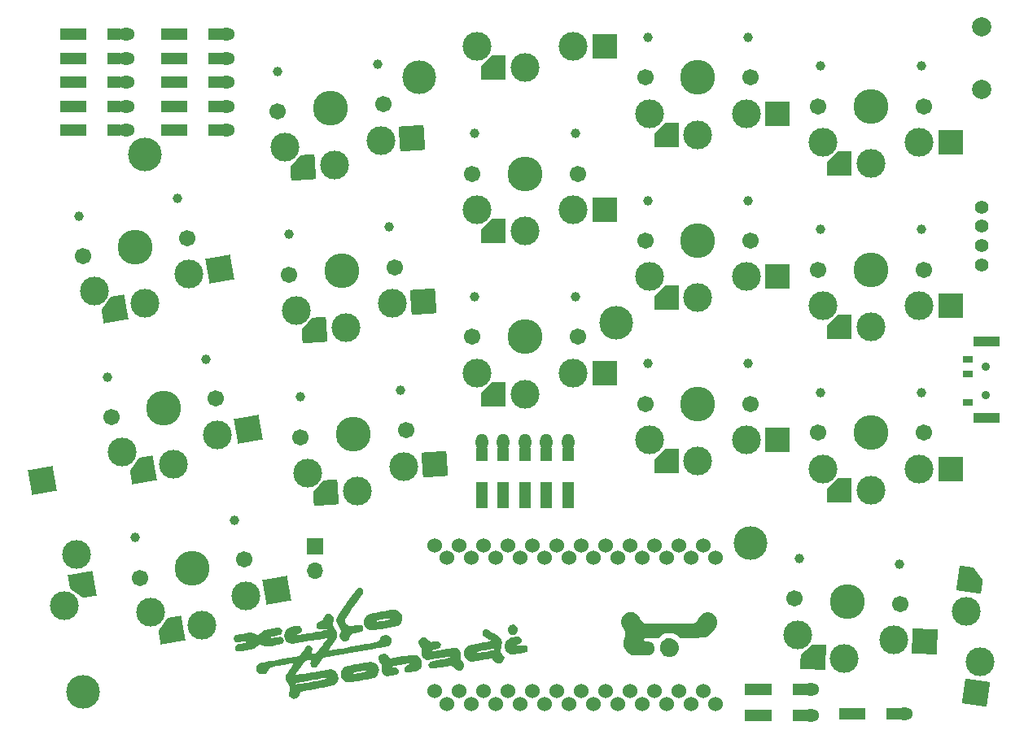
<source format=gbr>
%TF.GenerationSoftware,KiCad,Pcbnew,9.0.0*%
%TF.CreationDate,2025-05-15T16:18:32+09:00*%
%TF.ProjectId,xylo,78796c6f-2e6b-4696-9361-645f70636258,rev?*%
%TF.SameCoordinates,Original*%
%TF.FileFunction,Soldermask,Top*%
%TF.FilePolarity,Negative*%
%FSLAX46Y46*%
G04 Gerber Fmt 4.6, Leading zero omitted, Abs format (unit mm)*
G04 Created by KiCad (PCBNEW 9.0.0) date 2025-05-15 16:18:32*
%MOMM*%
%LPD*%
G01*
G04 APERTURE LIST*
G04 Aperture macros list*
%AMRotRect*
0 Rectangle, with rotation*
0 The origin of the aperture is its center*
0 $1 length*
0 $2 width*
0 $3 Rotation angle, in degrees counterclockwise*
0 Add horizontal line*
21,1,$1,$2,0,0,$3*%
%AMOutline5P*
0 Free polygon, 5 corners , with rotation*
0 The origin of the aperture is its center*
0 number of corners: always 5*
0 $1 to $10 corner X, Y*
0 $11 Rotation angle, in degrees counterclockwise*
0 create outline with 5 corners*
4,1,5,$1,$2,$3,$4,$5,$6,$7,$8,$9,$10,$1,$2,$11*%
%AMOutline6P*
0 Free polygon, 6 corners , with rotation*
0 The origin of the aperture is its center*
0 number of corners: always 6*
0 $1 to $12 corner X, Y*
0 $13 Rotation angle, in degrees counterclockwise*
0 create outline with 6 corners*
4,1,6,$1,$2,$3,$4,$5,$6,$7,$8,$9,$10,$11,$12,$1,$2,$13*%
%AMOutline7P*
0 Free polygon, 7 corners , with rotation*
0 The origin of the aperture is its center*
0 number of corners: always 7*
0 $1 to $14 corner X, Y*
0 $15 Rotation angle, in degrees counterclockwise*
0 create outline with 7 corners*
4,1,7,$1,$2,$3,$4,$5,$6,$7,$8,$9,$10,$11,$12,$13,$14,$1,$2,$15*%
%AMOutline8P*
0 Free polygon, 8 corners , with rotation*
0 The origin of the aperture is its center*
0 number of corners: always 8*
0 $1 to $16 corner X, Y*
0 $17 Rotation angle, in degrees counterclockwise*
0 create outline with 8 corners*
4,1,8,$1,$2,$3,$4,$5,$6,$7,$8,$9,$10,$11,$12,$13,$14,$15,$16,$1,$2,$17*%
G04 Aperture macros list end*
%ADD10C,0.000000*%
%ADD11C,3.500000*%
%ADD12R,1.778000X1.300000*%
%ADD13R,1.400000X1.300000*%
%ADD14O,1.778000X1.300000*%
%ADD15C,1.701800*%
%ADD16C,0.990600*%
%ADD17C,3.000000*%
%ADD18C,3.629000*%
%ADD19Outline5P,-1.300000X0.130000X-0.130000X1.300000X1.300000X1.300000X1.300000X-1.300000X-1.300000X-1.300000X4.000000*%
%ADD20RotRect,2.600000X2.600000X4.000000*%
%ADD21Outline5P,-1.300000X0.130000X-0.130000X1.300000X1.300000X1.300000X1.300000X-1.300000X-1.300000X-1.300000X0.000000*%
%ADD22R,2.600000X2.600000*%
%ADD23Outline5P,-1.300000X0.130000X-0.130000X1.300000X1.300000X1.300000X1.300000X-1.300000X-1.300000X-1.300000X100.000000*%
%ADD24RotRect,2.600000X2.600000X100.000000*%
%ADD25Outline5P,-1.300000X0.130000X-0.130000X1.300000X1.300000X1.300000X1.300000X-1.300000X-1.300000X-1.300000X10.000000*%
%ADD26RotRect,2.600000X2.600000X10.000000*%
%ADD27C,0.900000*%
%ADD28R,1.000000X0.700000*%
%ADD29R,2.800000X1.000000*%
%ADD30Outline5P,-1.300000X0.130000X-0.130000X1.300000X1.300000X1.300000X1.300000X-1.300000X-1.300000X-1.300000X262.000000*%
%ADD31RotRect,2.600000X2.600000X262.000000*%
%ADD32R,1.300000X1.778000*%
%ADD33R,1.300000X1.400000*%
%ADD34O,1.300000X1.778000*%
%ADD35C,1.397000*%
%ADD36Outline5P,-1.300000X0.130000X-0.130000X1.300000X1.300000X1.300000X1.300000X-1.300000X-1.300000X-1.300000X357.000000*%
%ADD37RotRect,2.600000X2.600000X357.000000*%
%ADD38C,1.524000*%
%ADD39R,1.700000X1.700000*%
%ADD40O,1.700000X1.700000*%
%ADD41C,2.000000*%
G04 APERTURE END LIST*
D10*
%TO.C,G\u002A\u002A\u002A*%
G36*
X198831635Y-129967691D02*
G01*
X199006066Y-130045857D01*
X199155085Y-130174093D01*
X199254362Y-130334573D01*
X199276180Y-130411718D01*
X199268417Y-130595039D01*
X199195354Y-130778023D01*
X199073050Y-130924732D01*
X199034256Y-130953085D01*
X198884193Y-131033136D01*
X198752270Y-131055347D01*
X198595668Y-131026474D01*
X198586271Y-131023767D01*
X198407401Y-130931807D01*
X198282088Y-130788414D01*
X198213487Y-130613439D01*
X198204750Y-130426734D01*
X198259033Y-130248150D01*
X198379488Y-130097538D01*
X198432877Y-130058266D01*
X198549979Y-129995029D01*
X198652309Y-129958141D01*
X198656116Y-129957419D01*
X198831635Y-129967691D01*
G37*
G36*
X199384808Y-131252859D02*
G01*
X199495732Y-131311647D01*
X199566868Y-131386208D01*
X199630132Y-131527557D01*
X199634694Y-131685034D01*
X199587999Y-131832678D01*
X199497500Y-131944526D01*
X199393141Y-131991811D01*
X199254146Y-132036104D01*
X199182422Y-132103193D01*
X199176769Y-132147514D01*
X199202980Y-132175609D01*
X199277495Y-132182113D01*
X199414695Y-132166979D01*
X199539528Y-132146362D01*
X199795685Y-132113729D01*
X199985607Y-132121498D01*
X200123595Y-132172620D01*
X200223951Y-132270057D01*
X200237870Y-132290767D01*
X200302377Y-132465409D01*
X200279779Y-132640694D01*
X200220248Y-132746534D01*
X200185069Y-132786254D01*
X200137780Y-132818764D01*
X200064774Y-132847962D01*
X199952445Y-132877746D01*
X199787187Y-132912016D01*
X199555392Y-132954672D01*
X199394519Y-132983135D01*
X199121068Y-133030633D01*
X198919237Y-133063155D01*
X198773261Y-133081573D01*
X198667374Y-133086765D01*
X198585809Y-133079605D01*
X198512803Y-133060967D01*
X198443498Y-133035913D01*
X198265970Y-132938376D01*
X198106083Y-132800842D01*
X198089329Y-132781904D01*
X198004897Y-132672300D01*
X197953659Y-132568492D01*
X197922086Y-132435592D01*
X197904194Y-132304489D01*
X197889385Y-132117257D01*
X197900900Y-131980882D01*
X197942787Y-131860246D01*
X197959296Y-131826847D01*
X198069218Y-131648124D01*
X198198733Y-131515741D01*
X198367022Y-131417134D01*
X198593272Y-131339738D01*
X198767267Y-131297723D01*
X199035572Y-131247556D01*
X199236420Y-131232048D01*
X199384808Y-131252859D01*
G37*
G36*
X186503365Y-128429249D02*
G01*
X186610529Y-128452122D01*
X186704415Y-128490469D01*
X186795565Y-128544010D01*
X186853205Y-128583225D01*
X187058965Y-128775152D01*
X187188736Y-129000742D01*
X187241480Y-129246013D01*
X187216163Y-129496991D01*
X187111748Y-129739699D01*
X186953474Y-129935469D01*
X186768916Y-130114556D01*
X185406964Y-130352940D01*
X184994804Y-130424123D01*
X184661682Y-130479339D01*
X184399483Y-130519683D01*
X184200090Y-130546252D01*
X184055383Y-130560142D01*
X183957247Y-130562448D01*
X183903493Y-130555898D01*
X183683155Y-130458074D01*
X183490081Y-130292305D01*
X183342463Y-130078994D01*
X183259964Y-129842739D01*
X183258498Y-129838542D01*
X183257162Y-129831169D01*
X183257293Y-129610084D01*
X184579416Y-129610084D01*
X184585358Y-129638959D01*
X184612598Y-129655424D01*
X184673691Y-129658723D01*
X184781197Y-129648099D01*
X184947675Y-129622796D01*
X185185680Y-129582056D01*
X185259271Y-129569116D01*
X185521740Y-129521637D01*
X185708093Y-129484404D01*
X185829999Y-129454198D01*
X185899126Y-129427796D01*
X185927143Y-129401977D01*
X185928889Y-129384267D01*
X185907072Y-129343518D01*
X185851901Y-129321620D01*
X185752334Y-129319056D01*
X185597324Y-129336303D01*
X185375835Y-129373839D01*
X185146340Y-129418203D01*
X184912813Y-129466020D01*
X184753131Y-129502918D01*
X184653691Y-129533502D01*
X184600895Y-129562375D01*
X184581142Y-129594139D01*
X184579416Y-129610084D01*
X183257293Y-129610084D01*
X183257312Y-129578753D01*
X183344090Y-129320083D01*
X183410884Y-129203379D01*
X183468890Y-129116346D01*
X183525430Y-129045185D01*
X183590811Y-128986174D01*
X183675342Y-128935589D01*
X183789326Y-128889708D01*
X183943079Y-128844807D01*
X184146900Y-128797164D01*
X184411100Y-128743056D01*
X184745984Y-128678759D01*
X184991090Y-128632624D01*
X185399340Y-128556780D01*
X185731051Y-128498088D01*
X185996766Y-128456269D01*
X186207026Y-128431043D01*
X186372379Y-128422129D01*
X186503365Y-128429249D01*
G37*
G36*
X184270400Y-133914363D02*
G01*
X184505635Y-134050522D01*
X184678186Y-134236313D01*
X184786161Y-134456615D01*
X184827652Y-134696309D01*
X184800760Y-134940271D01*
X184703583Y-135173381D01*
X184534225Y-135380516D01*
X184462224Y-135440555D01*
X184414712Y-135473235D01*
X184358416Y-135502385D01*
X184283191Y-135530362D01*
X184178891Y-135559522D01*
X184035372Y-135592226D01*
X183842487Y-135630828D01*
X183590093Y-135677689D01*
X183268045Y-135735164D01*
X182967836Y-135787856D01*
X182585965Y-135854281D01*
X182281146Y-135906151D01*
X182043028Y-135944678D01*
X181861264Y-135971076D01*
X181725503Y-135986558D01*
X181625396Y-135992337D01*
X181550594Y-135989627D01*
X181490750Y-135979642D01*
X181444328Y-135966474D01*
X181211784Y-135846330D01*
X181022481Y-135654692D01*
X180907695Y-135451498D01*
X180857848Y-135271356D01*
X180837901Y-135199268D01*
X180846905Y-135042533D01*
X182155571Y-135042533D01*
X182161473Y-135071354D01*
X182188627Y-135087812D01*
X182249558Y-135091144D01*
X182356796Y-135080588D01*
X182522870Y-135055383D01*
X182760309Y-135014768D01*
X182838571Y-135001010D01*
X183097253Y-134954663D01*
X183280344Y-134919209D01*
X183399875Y-134891080D01*
X183467882Y-134866706D01*
X183496397Y-134842518D01*
X183497454Y-134814948D01*
X183494582Y-134806429D01*
X183475979Y-134779143D01*
X183436730Y-134764522D01*
X183363467Y-134763380D01*
X183242825Y-134776528D01*
X183061439Y-134804782D01*
X182811583Y-134847951D01*
X182557935Y-134893600D01*
X182379130Y-134928929D01*
X182262329Y-134957747D01*
X182194692Y-134983862D01*
X182163383Y-135011082D01*
X182155571Y-135042533D01*
X180846905Y-135042533D01*
X180851700Y-134959076D01*
X180950604Y-134718782D01*
X181010837Y-134624890D01*
X181081015Y-134531584D01*
X181155342Y-134453407D01*
X181243711Y-134387053D01*
X181356016Y-134329224D01*
X181502149Y-134276616D01*
X181692004Y-134225926D01*
X181935474Y-134173851D01*
X182242450Y-134117091D01*
X182622831Y-134052341D01*
X182826851Y-134018690D01*
X184035570Y-133820498D01*
X184270400Y-133914363D01*
G37*
G36*
X182802177Y-126134990D02*
G01*
X182866000Y-126151505D01*
X182894741Y-126160708D01*
X183040700Y-126237134D01*
X183127684Y-126362227D01*
X183161872Y-126485953D01*
X183168457Y-126532672D01*
X183167030Y-126580238D01*
X183152919Y-126636476D01*
X183121452Y-126709209D01*
X183067958Y-126806261D01*
X182987761Y-126935455D01*
X182876192Y-127104616D01*
X182728577Y-127321568D01*
X182540242Y-127594134D01*
X182306518Y-127930140D01*
X182256762Y-128001557D01*
X181996176Y-128376299D01*
X181783049Y-128686254D01*
X181613786Y-128939303D01*
X181484790Y-129143326D01*
X181392462Y-129306205D01*
X181333206Y-129435820D01*
X181303427Y-129540054D01*
X181299524Y-129626786D01*
X181317904Y-129703899D01*
X181354969Y-129779272D01*
X181407121Y-129860786D01*
X181407771Y-129861754D01*
X181499220Y-129978405D01*
X181599438Y-130054755D01*
X181724888Y-130094171D01*
X181892035Y-130100036D01*
X182117343Y-130075722D01*
X182302927Y-130045309D01*
X182576270Y-130003428D01*
X182779394Y-129989501D01*
X182926961Y-130005348D01*
X183033631Y-130052794D01*
X183114063Y-130133658D01*
X183123765Y-130147311D01*
X183197930Y-130292665D01*
X183198963Y-130427509D01*
X183135672Y-130571373D01*
X183046182Y-130725884D01*
X182558210Y-130812591D01*
X182300701Y-130862726D01*
X182115751Y-130913003D01*
X181987573Y-130972644D01*
X181900379Y-131050874D01*
X181838383Y-131156917D01*
X181800649Y-131255188D01*
X181692824Y-131464041D01*
X181540208Y-131614838D01*
X181357920Y-131699042D01*
X181161075Y-131708117D01*
X181051989Y-131677953D01*
X180872936Y-131563274D01*
X180757584Y-131398142D01*
X180712654Y-131200231D01*
X180744869Y-130987213D01*
X180767440Y-130929903D01*
X180822405Y-130792478D01*
X180845417Y-130676442D01*
X180832726Y-130560111D01*
X180780580Y-130421799D01*
X180685229Y-130239820D01*
X180631866Y-130145968D01*
X180503318Y-129912147D01*
X180420808Y-129731756D01*
X180378763Y-129585946D01*
X180371609Y-129455868D01*
X180391372Y-129332563D01*
X180424286Y-129264157D01*
X180503191Y-129132024D01*
X180622446Y-128944691D01*
X180776408Y-128710692D01*
X180959434Y-128438556D01*
X181165885Y-128136814D01*
X181390116Y-127813996D01*
X181487454Y-127675296D01*
X181757262Y-127292414D01*
X181981576Y-126976265D01*
X182165927Y-126720896D01*
X182315850Y-126520354D01*
X182436875Y-126368682D01*
X182534535Y-126259927D01*
X182614362Y-126188134D01*
X182681890Y-126147351D01*
X182742651Y-126131622D01*
X182802177Y-126134990D01*
G37*
G36*
X185442706Y-133002489D02*
G01*
X185580867Y-133056032D01*
X185681725Y-133126549D01*
X185740691Y-133190779D01*
X185745667Y-133203877D01*
X185784218Y-133268225D01*
X185866764Y-133354187D01*
X185890364Y-133374698D01*
X186024773Y-133487165D01*
X187260744Y-133283068D01*
X187658476Y-133218193D01*
X187979520Y-133169100D01*
X188234670Y-133136270D01*
X188434724Y-133120186D01*
X188590477Y-133121328D01*
X188712724Y-133140177D01*
X188812260Y-133177218D01*
X188899882Y-133232930D01*
X188986383Y-133307796D01*
X189042722Y-133362590D01*
X189132667Y-133460275D01*
X189190084Y-133554056D01*
X189229359Y-133675314D01*
X189262505Y-133841873D01*
X189289314Y-134018476D01*
X189292563Y-134140828D01*
X189269890Y-134240926D01*
X189225963Y-134337285D01*
X189138108Y-134494084D01*
X189049676Y-134610403D01*
X188943501Y-134696574D01*
X188802413Y-134762928D01*
X188609250Y-134819796D01*
X188346838Y-134877509D01*
X188318849Y-134883177D01*
X188084754Y-134929324D01*
X187920527Y-134957674D01*
X187809232Y-134969210D01*
X187733940Y-134964929D01*
X187677715Y-134945818D01*
X187638773Y-134922936D01*
X187510163Y-134795985D01*
X187454401Y-134644776D01*
X187466334Y-134487503D01*
X187540806Y-134342364D01*
X187672658Y-134227553D01*
X187854513Y-134161654D01*
X187948090Y-134133809D01*
X187969631Y-134087851D01*
X187962851Y-134063643D01*
X187946508Y-134039263D01*
X187911992Y-134025160D01*
X187847642Y-134022345D01*
X187741790Y-134031829D01*
X187582779Y-134054624D01*
X187358944Y-134091735D01*
X187083063Y-134139865D01*
X186788851Y-134192353D01*
X186570940Y-134233306D01*
X186418026Y-134265762D01*
X186318806Y-134292761D01*
X186261974Y-134317343D01*
X186236223Y-134342547D01*
X186230263Y-134369145D01*
X186252356Y-134425241D01*
X186333375Y-134429769D01*
X186343724Y-134428047D01*
X186530722Y-134430872D01*
X186687236Y-134498237D01*
X186801791Y-134613519D01*
X186862905Y-134760100D01*
X186859099Y-134921355D01*
X186787128Y-135070066D01*
X186744276Y-135116804D01*
X186685421Y-135153352D01*
X186593653Y-135185233D01*
X186452063Y-135217970D01*
X186243742Y-135257087D01*
X186180097Y-135268362D01*
X185942122Y-135307911D01*
X185772116Y-135329277D01*
X185651331Y-135333434D01*
X185561017Y-135321361D01*
X185505238Y-135303521D01*
X185304788Y-135180891D01*
X185164441Y-135001005D01*
X185091651Y-134778130D01*
X185093863Y-134526529D01*
X185095194Y-134518529D01*
X185115110Y-134292022D01*
X185083161Y-134122882D01*
X184995625Y-133993846D01*
X184978749Y-133978022D01*
X184824461Y-133793315D01*
X184754250Y-133595978D01*
X184769139Y-133395286D01*
X184870147Y-133200507D01*
X184890367Y-133175253D01*
X185046421Y-133052932D01*
X185240341Y-132993650D01*
X185442706Y-133002489D01*
G37*
G36*
X196057164Y-130440418D02*
G01*
X196135407Y-130470392D01*
X196240179Y-130528048D01*
X196383508Y-130619835D01*
X196577422Y-130752198D01*
X196770865Y-130887290D01*
X197049218Y-131084358D01*
X197261793Y-131243820D01*
X197416008Y-131378369D01*
X197519283Y-131500692D01*
X197579038Y-131623479D01*
X197602692Y-131759419D01*
X197597665Y-131921200D01*
X197571376Y-132121514D01*
X197554583Y-132227630D01*
X197523683Y-132435321D01*
X197501260Y-132617080D01*
X197489710Y-132751200D01*
X197490137Y-132811013D01*
X197529706Y-132893981D01*
X197611622Y-133001663D01*
X197654307Y-133047390D01*
X197789600Y-133232574D01*
X197849946Y-133428760D01*
X197838605Y-133619729D01*
X197758835Y-133789254D01*
X197613895Y-133921115D01*
X197465920Y-133985098D01*
X197263056Y-134012210D01*
X197116869Y-133983333D01*
X196960488Y-133891843D01*
X196827719Y-133749947D01*
X196727404Y-133636299D01*
X196621562Y-133554980D01*
X196581041Y-133536865D01*
X196502209Y-133530074D01*
X196360851Y-133539304D01*
X196151032Y-133565301D01*
X195866812Y-133608808D01*
X195502252Y-133670572D01*
X195470010Y-133676223D01*
X195120202Y-133736590D01*
X194845231Y-133780376D01*
X194632735Y-133807841D01*
X194470350Y-133819244D01*
X194345714Y-133814844D01*
X194246463Y-133794901D01*
X194160235Y-133759672D01*
X194074667Y-133709419D01*
X194068757Y-133705589D01*
X193862940Y-133524307D01*
X193726279Y-133303439D01*
X193671768Y-133102098D01*
X193660141Y-133059154D01*
X193664447Y-132870692D01*
X194984133Y-132870692D01*
X194989285Y-132896045D01*
X195012886Y-132911596D01*
X195065785Y-132916362D01*
X195158830Y-132909362D01*
X195302870Y-132889612D01*
X195508751Y-132856129D01*
X195787322Y-132807930D01*
X195904481Y-132787319D01*
X196215442Y-132731694D01*
X196448940Y-132687640D01*
X196615195Y-132652605D01*
X196724423Y-132624039D01*
X196786845Y-132599388D01*
X196812679Y-132576102D01*
X196814619Y-132560061D01*
X196798217Y-132524313D01*
X196757187Y-132502544D01*
X196681319Y-132495519D01*
X196560403Y-132504001D01*
X196384230Y-132528753D01*
X196142590Y-132570539D01*
X195825272Y-132630124D01*
X195791609Y-132636587D01*
X195506314Y-132692135D01*
X195296893Y-132735263D01*
X195151820Y-132769314D01*
X195059568Y-132797628D01*
X195008610Y-132823549D01*
X194987419Y-132850418D01*
X194984133Y-132870692D01*
X193664447Y-132870692D01*
X193665888Y-132807622D01*
X193744884Y-132565014D01*
X193898492Y-132347498D01*
X193950017Y-132297767D01*
X194138567Y-132129249D01*
X195319026Y-131898557D01*
X195675420Y-131828313D01*
X195953523Y-131771833D01*
X196162387Y-131726819D01*
X196311067Y-131690977D01*
X196408618Y-131662011D01*
X196464095Y-131637627D01*
X196486551Y-131615528D01*
X196487917Y-131602269D01*
X196440736Y-131550759D01*
X196383317Y-131539701D01*
X196306839Y-131516361D01*
X196181482Y-131451394D01*
X196029201Y-131356749D01*
X195960501Y-131309612D01*
X195800878Y-131193463D01*
X195699969Y-131107612D01*
X195641981Y-131034042D01*
X195611116Y-130954721D01*
X195599104Y-130897202D01*
X195605923Y-130713214D01*
X195688593Y-130564080D01*
X195836480Y-130464477D01*
X195932155Y-130437727D01*
X195993425Y-130431680D01*
X196057164Y-130440418D01*
G37*
G36*
X174573214Y-130354785D02*
G01*
X174698350Y-130488260D01*
X174742321Y-130648376D01*
X174703016Y-130821301D01*
X174656604Y-130901033D01*
X174607630Y-130966993D01*
X174557832Y-131013476D01*
X174488722Y-131047851D01*
X174381810Y-131077489D01*
X174218611Y-131109760D01*
X174063704Y-131137381D01*
X173851368Y-131176056D01*
X173712875Y-131205772D01*
X173634334Y-131231361D01*
X173601853Y-131257660D01*
X173601544Y-131289502D01*
X173604250Y-131297304D01*
X173626945Y-131328382D01*
X173675730Y-131343765D01*
X173766121Y-131343464D01*
X173913635Y-131327492D01*
X174121456Y-131297720D01*
X174337292Y-131266563D01*
X174485218Y-131250605D01*
X174584933Y-131250487D01*
X174656137Y-131266851D01*
X174718530Y-131300338D01*
X174744489Y-131318011D01*
X174868514Y-131450948D01*
X174911859Y-131611022D01*
X174872374Y-131783884D01*
X174826245Y-131863114D01*
X174720956Y-132013483D01*
X173963190Y-132146847D01*
X173702185Y-132190233D01*
X173460373Y-132225734D01*
X173256016Y-132251023D01*
X173107376Y-132263774D01*
X173044721Y-132263847D01*
X172911736Y-132232435D01*
X172750783Y-132170466D01*
X172664996Y-132128146D01*
X172531621Y-132064121D01*
X172421512Y-132026370D01*
X172375672Y-132021642D01*
X172308610Y-132060373D01*
X172211170Y-132146268D01*
X172140870Y-132220297D01*
X172017555Y-132341304D01*
X171886713Y-132442505D01*
X171825603Y-132478104D01*
X171719736Y-132514999D01*
X171551571Y-132558011D01*
X171339169Y-132604049D01*
X171100597Y-132650020D01*
X170853915Y-132692830D01*
X170617190Y-132729385D01*
X170408483Y-132756591D01*
X170245860Y-132771354D01*
X170147381Y-132770582D01*
X170135028Y-132767646D01*
X170026548Y-132712762D01*
X169973322Y-132673530D01*
X169906009Y-132562574D01*
X169875318Y-132409374D01*
X169886103Y-132254623D01*
X169914256Y-132178397D01*
X169948633Y-132126492D01*
X169996410Y-132086433D01*
X170074173Y-132051600D01*
X170198509Y-132015368D01*
X170386004Y-131971120D01*
X170493036Y-131947349D01*
X170714214Y-131897047D01*
X170862216Y-131858241D01*
X170951083Y-131825687D01*
X170994859Y-131794141D01*
X171007587Y-131758357D01*
X171007684Y-131755148D01*
X171000476Y-131721788D01*
X170967821Y-131704776D01*
X170894917Y-131704289D01*
X170766960Y-131720503D01*
X170569146Y-131753592D01*
X170527899Y-131760839D01*
X170314175Y-131797202D01*
X170167115Y-131816648D01*
X170066175Y-131819026D01*
X169990805Y-131804183D01*
X169920458Y-131771969D01*
X169892497Y-131756143D01*
X169760095Y-131634236D01*
X169697623Y-131476172D01*
X169710464Y-131305746D01*
X169765381Y-131194337D01*
X169798788Y-131149638D01*
X169836576Y-131114497D01*
X169891761Y-131085024D01*
X169977357Y-131057321D01*
X170106380Y-131027496D01*
X170291843Y-130991656D01*
X170546762Y-130945905D01*
X170666208Y-130924820D01*
X170990716Y-130869443D01*
X171243227Y-130832498D01*
X171438714Y-130814423D01*
X171592152Y-130815658D01*
X171718511Y-130836642D01*
X171832767Y-130877816D01*
X171949891Y-130939614D01*
X171990127Y-130963638D01*
X172125158Y-131027730D01*
X172236547Y-131028734D01*
X172346537Y-130960949D01*
X172456217Y-130844189D01*
X172540701Y-130750628D01*
X172627095Y-130676404D01*
X172729345Y-130616274D01*
X172861400Y-130564993D01*
X173037205Y-130517317D01*
X173270710Y-130468002D01*
X173575859Y-130411805D01*
X173633130Y-130401672D01*
X174437595Y-130259823D01*
X174573214Y-130354785D01*
G37*
G36*
X189770363Y-131390979D02*
G01*
X189927411Y-131551564D01*
X189928585Y-131553197D01*
X190032897Y-131675384D01*
X190145265Y-131746163D01*
X190287414Y-131771588D01*
X190481070Y-131757719D01*
X190596169Y-131739330D01*
X190772874Y-131710641D01*
X190889378Y-131702270D01*
X190972459Y-131716645D01*
X191048912Y-131756190D01*
X191090017Y-131784055D01*
X191222746Y-131920777D01*
X191274692Y-132080316D01*
X191242940Y-132248343D01*
X191199889Y-132323881D01*
X191142878Y-132393597D01*
X191073632Y-132442539D01*
X190968967Y-132481538D01*
X190805702Y-132521427D01*
X190752519Y-132532913D01*
X190573637Y-132573997D01*
X190465899Y-132608287D01*
X190412751Y-132642989D01*
X190397634Y-132685310D01*
X190397583Y-132687431D01*
X190402363Y-132710609D01*
X190424018Y-132725410D01*
X190472375Y-132730795D01*
X190557254Y-132725725D01*
X190688479Y-132709168D01*
X190875874Y-132680086D01*
X191129262Y-132637442D01*
X191458465Y-132580200D01*
X191525904Y-132568377D01*
X191875349Y-132507609D01*
X192149272Y-132461687D01*
X192359474Y-132429310D01*
X192517764Y-132409171D01*
X192635947Y-132399967D01*
X192725828Y-132400394D01*
X192799214Y-132409149D01*
X192855109Y-132421561D01*
X193065002Y-132516708D01*
X193217421Y-132675154D01*
X193308578Y-132889448D01*
X193334683Y-133152141D01*
X193317433Y-133330579D01*
X193302054Y-133444052D01*
X193307746Y-133525873D01*
X193344551Y-133606241D01*
X193422509Y-133715350D01*
X193462815Y-133767782D01*
X193560650Y-133910056D01*
X193634622Y-134046230D01*
X193664910Y-134132017D01*
X193662255Y-134338389D01*
X193587745Y-134515103D01*
X193456508Y-134650432D01*
X193283672Y-134732650D01*
X193084365Y-134750031D01*
X192918739Y-134710439D01*
X192787273Y-134632620D01*
X192681285Y-134526850D01*
X192674017Y-134516117D01*
X192617756Y-134431119D01*
X192563851Y-134366222D01*
X192501210Y-134320635D01*
X192418741Y-134293562D01*
X192305355Y-134284216D01*
X192149957Y-134291797D01*
X191941459Y-134315515D01*
X191668768Y-134354577D01*
X191320792Y-134408188D01*
X191271716Y-134415831D01*
X190932379Y-134468314D01*
X190669859Y-134507542D01*
X190473287Y-134534388D01*
X190331802Y-134549726D01*
X190234538Y-134554431D01*
X190170628Y-134549376D01*
X190129210Y-134535435D01*
X190099416Y-134513482D01*
X190096146Y-134510390D01*
X189978995Y-134349896D01*
X189941226Y-134180313D01*
X189983405Y-134017920D01*
X190075055Y-133904155D01*
X190122155Y-133867063D01*
X190178947Y-133835229D01*
X190257461Y-133805575D01*
X190369728Y-133775026D01*
X190527779Y-133740504D01*
X190743643Y-133698936D01*
X191029350Y-133647239D01*
X191193124Y-133618227D01*
X191560491Y-133551452D01*
X191842699Y-133495742D01*
X192042620Y-133450446D01*
X192163131Y-133414917D01*
X192206869Y-133389175D01*
X192191964Y-133328771D01*
X192161348Y-133307711D01*
X192100971Y-133307716D01*
X191965614Y-133321981D01*
X191767649Y-133348733D01*
X191519449Y-133386204D01*
X191233386Y-133432623D01*
X190956447Y-133480118D01*
X190611774Y-133540508D01*
X190343128Y-133586551D01*
X190139069Y-133619298D01*
X189988160Y-133639803D01*
X189878960Y-133649120D01*
X189800032Y-133648303D01*
X189739937Y-133638403D01*
X189687234Y-133620475D01*
X189642776Y-133601091D01*
X189470794Y-133487819D01*
X189333374Y-133330207D01*
X189255202Y-133157526D01*
X189250852Y-133136484D01*
X189246193Y-133024752D01*
X189257783Y-132877429D01*
X189264595Y-132830844D01*
X189283475Y-132618057D01*
X189253069Y-132454894D01*
X189166015Y-132312684D01*
X189117843Y-132259504D01*
X188975551Y-132079652D01*
X188912857Y-131907209D01*
X188923991Y-131725099D01*
X188929721Y-131702850D01*
X189018003Y-131511494D01*
X189163606Y-131384790D01*
X189369275Y-131316880D01*
X189587009Y-131313888D01*
X189770363Y-131390979D01*
G37*
G36*
X179863819Y-128940539D02*
G01*
X179880157Y-128950700D01*
X180039481Y-129084354D01*
X180121163Y-129237919D01*
X180128862Y-129424516D01*
X180072472Y-129640201D01*
X180024743Y-129793713D01*
X179996902Y-129925023D01*
X179994057Y-129992863D01*
X180023719Y-130071924D01*
X180088324Y-130201568D01*
X180175418Y-130357272D01*
X180200910Y-130400163D01*
X180330380Y-130622323D01*
X180419965Y-130805249D01*
X180467817Y-130964771D01*
X180472088Y-131116717D01*
X180430931Y-131276913D01*
X180342493Y-131461190D01*
X180204933Y-131685375D01*
X180018509Y-131962215D01*
X179878599Y-132169956D01*
X179759183Y-132354237D01*
X179668392Y-132501937D01*
X179614359Y-132599930D01*
X179602855Y-132632956D01*
X179627165Y-132640652D01*
X179698909Y-132638191D01*
X179822931Y-132624821D01*
X180004073Y-132599789D01*
X180247180Y-132562344D01*
X180557097Y-132511731D01*
X180938667Y-132447201D01*
X181396733Y-132367998D01*
X181936140Y-132273373D01*
X182071582Y-132249460D01*
X182599687Y-132155987D01*
X183047493Y-132076265D01*
X183422195Y-132008791D01*
X183730986Y-131952068D01*
X183981059Y-131904586D01*
X184179609Y-131864843D01*
X184333826Y-131831340D01*
X184450906Y-131802570D01*
X184538042Y-131777032D01*
X184602425Y-131753222D01*
X184651252Y-131729639D01*
X184691714Y-131704778D01*
X184697583Y-131700794D01*
X184822027Y-131587834D01*
X184911344Y-131456690D01*
X184921051Y-131433813D01*
X185040141Y-131234971D01*
X185220312Y-131094862D01*
X185412825Y-131030328D01*
X185636213Y-131028967D01*
X185827283Y-131097808D01*
X185978895Y-131221891D01*
X186083910Y-131386253D01*
X186135188Y-131575928D01*
X186125588Y-131775955D01*
X186047973Y-131971372D01*
X185930687Y-132115678D01*
X185907395Y-132135424D01*
X185877023Y-132154376D01*
X185833668Y-132173718D01*
X185771425Y-132194634D01*
X185684393Y-132218310D01*
X185566668Y-132245928D01*
X185412344Y-132278673D01*
X185215521Y-132317729D01*
X184970294Y-132364280D01*
X184670760Y-132419509D01*
X184311015Y-132484602D01*
X183885156Y-132560742D01*
X183387279Y-132649112D01*
X182811482Y-132750899D01*
X182413530Y-132821128D01*
X179006854Y-133422114D01*
X178670949Y-133885312D01*
X178534839Y-134065319D01*
X178406869Y-134220809D01*
X178300729Y-134336033D01*
X178230103Y-134395241D01*
X178226100Y-134397221D01*
X178088954Y-134423227D01*
X177936848Y-134402922D01*
X177811263Y-134344199D01*
X177777924Y-134311947D01*
X177720085Y-134192289D01*
X177690923Y-134040333D01*
X177695263Y-133897141D01*
X177720640Y-133824390D01*
X177754012Y-133737142D01*
X177716686Y-133688924D01*
X177604805Y-133678078D01*
X177431600Y-133699874D01*
X177160148Y-133747738D01*
X176747121Y-134341969D01*
X176597488Y-134550731D01*
X176454115Y-134739012D01*
X176329006Y-134891892D01*
X176234161Y-134994449D01*
X176197694Y-135025030D01*
X176112663Y-135088853D01*
X176097030Y-135133832D01*
X176127298Y-135169854D01*
X176153587Y-135182078D01*
X176201626Y-135187481D01*
X176279171Y-135184972D01*
X176393985Y-135173461D01*
X176553824Y-135151858D01*
X176766447Y-135119072D01*
X177039613Y-135074014D01*
X177381081Y-135015592D01*
X177798611Y-134942718D01*
X178015892Y-134904475D01*
X179838486Y-134583103D01*
X180032970Y-134665497D01*
X180254383Y-134785604D01*
X180407086Y-134937731D01*
X180505816Y-135140891D01*
X180552992Y-135336373D01*
X180579579Y-135517482D01*
X180580907Y-135648127D01*
X180554706Y-135763622D01*
X180519844Y-135851900D01*
X180428233Y-136006949D01*
X180305400Y-136150127D01*
X180263285Y-136186934D01*
X180218630Y-136220697D01*
X180172226Y-136250070D01*
X180115168Y-136277172D01*
X180038564Y-136304123D01*
X179933516Y-136333038D01*
X179791128Y-136366039D01*
X179602505Y-136405244D01*
X179358750Y-136452769D01*
X179050968Y-136510735D01*
X178670261Y-136581260D01*
X178392476Y-136632447D01*
X177962066Y-136711828D01*
X177610539Y-136777240D01*
X177329415Y-136830698D01*
X177110216Y-136874216D01*
X176944461Y-136909808D01*
X176823674Y-136939488D01*
X176739375Y-136965270D01*
X176683083Y-136989170D01*
X176646321Y-137013201D01*
X176620610Y-137039377D01*
X176607267Y-137056541D01*
X176551682Y-137153944D01*
X176535555Y-137229491D01*
X176518156Y-137300523D01*
X176461505Y-137409428D01*
X176424080Y-137466740D01*
X176337414Y-137575833D01*
X176249395Y-137636706D01*
X176121679Y-137672920D01*
X176074211Y-137681739D01*
X175926042Y-137699960D01*
X175818938Y-137683930D01*
X175708807Y-137624622D01*
X175671907Y-137599368D01*
X175556825Y-137505885D01*
X175495128Y-137408808D01*
X175461125Y-137273418D01*
X175454084Y-137062690D01*
X175506203Y-136889768D01*
X175554786Y-136747508D01*
X175561525Y-136610443D01*
X175522259Y-136458358D01*
X175432829Y-136271044D01*
X175428819Y-136264111D01*
X175358866Y-136143146D01*
X176114843Y-136143146D01*
X176150720Y-136169010D01*
X176175671Y-136180209D01*
X176235921Y-136179810D01*
X176370863Y-136164669D01*
X176568005Y-136136986D01*
X176814858Y-136098965D01*
X177098934Y-136052810D01*
X177407741Y-136000721D01*
X177728794Y-135944900D01*
X178049599Y-135887549D01*
X178357668Y-135830872D01*
X178640513Y-135777070D01*
X178885644Y-135728347D01*
X179080570Y-135686902D01*
X179212804Y-135654940D01*
X179269855Y-135634662D01*
X179269910Y-135634612D01*
X179307767Y-135593047D01*
X179313144Y-135563404D01*
X179279544Y-135546252D01*
X179200465Y-135542159D01*
X179069412Y-135551693D01*
X178879884Y-135575423D01*
X178625384Y-135613916D01*
X178299413Y-135667741D01*
X177895474Y-135737466D01*
X177698914Y-135771998D01*
X177260185Y-135850119D01*
X176902834Y-135915798D01*
X176620562Y-135970723D01*
X176407067Y-136016583D01*
X176256049Y-136055068D01*
X176161206Y-136087863D01*
X176116237Y-136116661D01*
X176114843Y-136143146D01*
X175358866Y-136143146D01*
X175349001Y-136126088D01*
X175207437Y-135853320D01*
X175124763Y-135607237D01*
X175104419Y-135400083D01*
X175119951Y-135310689D01*
X175155542Y-135239041D01*
X175232757Y-135110268D01*
X175341887Y-134939720D01*
X175473230Y-134742750D01*
X175547469Y-134634424D01*
X175688025Y-134425222D01*
X175799136Y-134247736D01*
X175874110Y-134113492D01*
X175906253Y-134034011D01*
X175904844Y-134019049D01*
X175853803Y-134010417D01*
X175728933Y-134018769D01*
X175527176Y-134044507D01*
X175245475Y-134088036D01*
X174880774Y-134149759D01*
X174776541Y-134168032D01*
X174395379Y-134236500D01*
X174091695Y-134295238D01*
X173855211Y-134348183D01*
X173675654Y-134399272D01*
X173542745Y-134452439D01*
X173446211Y-134511626D01*
X173375772Y-134580762D01*
X173321156Y-134663786D01*
X173283246Y-134740027D01*
X173147315Y-134953303D01*
X172968413Y-135090681D01*
X172780306Y-135150994D01*
X172558927Y-135149890D01*
X172363565Y-135075917D01*
X172206134Y-134943891D01*
X172098542Y-134768625D01*
X172052702Y-134564937D01*
X172080526Y-134347639D01*
X172097039Y-134301171D01*
X172125743Y-134231265D01*
X172156526Y-134171385D01*
X172196798Y-134119315D01*
X172253968Y-134072842D01*
X172335449Y-134029752D01*
X172448648Y-133987831D01*
X172600975Y-133944865D01*
X172799841Y-133898640D01*
X173052656Y-133846942D01*
X173366830Y-133787557D01*
X173749771Y-133718270D01*
X174208890Y-133636868D01*
X174480924Y-133588889D01*
X176530491Y-133227495D01*
X176886642Y-132716818D01*
X177023267Y-132527561D01*
X177150417Y-132363469D01*
X177255941Y-132239391D01*
X177327693Y-132170173D01*
X177340063Y-132162652D01*
X177477469Y-132139690D01*
X177632932Y-132166988D01*
X177768049Y-132233801D01*
X177830994Y-132300031D01*
X177894846Y-132438043D01*
X177901419Y-132565908D01*
X177851537Y-132720908D01*
X177840831Y-132745256D01*
X177798299Y-132862137D01*
X177785916Y-132945433D01*
X177791726Y-132963114D01*
X177849379Y-132975127D01*
X177966518Y-132969689D01*
X178091187Y-132952302D01*
X178358298Y-132905202D01*
X178830920Y-132239985D01*
X178986298Y-132025897D01*
X179129609Y-131836987D01*
X179251097Y-131685452D01*
X179341008Y-131583488D01*
X179387750Y-131543833D01*
X179457812Y-131484878D01*
X179473158Y-131436571D01*
X179468217Y-131418819D01*
X179447637Y-131406991D01*
X179403750Y-131402066D01*
X179328887Y-131405026D01*
X179215377Y-131416853D01*
X179055554Y-131438526D01*
X178841743Y-131471028D01*
X178566280Y-131515338D01*
X178221492Y-131572438D01*
X177799712Y-131643309D01*
X177621626Y-131673382D01*
X175768894Y-131986521D01*
X175564929Y-131913076D01*
X175321460Y-131783360D01*
X175138909Y-131600489D01*
X175021134Y-131379370D01*
X174971996Y-131134908D01*
X174995354Y-130882006D01*
X175095067Y-130635569D01*
X175197049Y-130492419D01*
X175395916Y-130326345D01*
X175673023Y-130202119D01*
X176028251Y-130119790D01*
X176148506Y-130103448D01*
X176332849Y-130085522D01*
X176456347Y-130086172D01*
X176545585Y-130108392D01*
X176627151Y-130155169D01*
X176630758Y-130157683D01*
X176754401Y-130288421D01*
X176802644Y-130440780D01*
X176779562Y-130596745D01*
X176689235Y-130738306D01*
X176535738Y-130847452D01*
X176468491Y-130874445D01*
X176348450Y-130931240D01*
X176295792Y-130990597D01*
X176314948Y-131039062D01*
X176406401Y-131062940D01*
X176473566Y-131056646D01*
X176616940Y-131035734D01*
X176825469Y-131002065D01*
X177088095Y-130957503D01*
X177393760Y-130903914D01*
X177731406Y-130843159D01*
X177971271Y-130799142D01*
X178368325Y-130725426D01*
X178686611Y-130665394D01*
X178934763Y-130616983D01*
X179121416Y-130578132D01*
X179255206Y-130546778D01*
X179344768Y-130520858D01*
X179398737Y-130498311D01*
X179425747Y-130477073D01*
X179434434Y-130455082D01*
X179434751Y-130449591D01*
X179425726Y-130410963D01*
X179385465Y-130394283D01*
X179296522Y-130398476D01*
X179141456Y-130422460D01*
X179103389Y-130429111D01*
X178816918Y-130462619D01*
X178599712Y-130447423D01*
X178445161Y-130380973D01*
X178346654Y-130260717D01*
X178303073Y-130120237D01*
X178316700Y-129960531D01*
X178404928Y-129816475D01*
X178553639Y-129707850D01*
X178615398Y-129682529D01*
X178796647Y-129614873D01*
X178912558Y-129550064D01*
X178984023Y-129469670D01*
X179031924Y-129355268D01*
X179047700Y-129301206D01*
X179142553Y-129094454D01*
X179287276Y-128948407D01*
X179466184Y-128869670D01*
X179663593Y-128864846D01*
X179863819Y-128940539D01*
G37*
G36*
X215205819Y-131398374D02*
G01*
X215352606Y-131437782D01*
X215417978Y-131463779D01*
X215543669Y-131532509D01*
X215660750Y-131622094D01*
X215765373Y-131728646D01*
X215853692Y-131848274D01*
X215918835Y-131970138D01*
X215959113Y-132086784D01*
X215984868Y-132216573D01*
X215995461Y-132351626D01*
X215990255Y-132484059D01*
X215969850Y-132601233D01*
X215919207Y-132750256D01*
X215847323Y-132887633D01*
X215755993Y-133011295D01*
X215647011Y-133119171D01*
X215522173Y-133209191D01*
X215383272Y-133279285D01*
X215381183Y-133280137D01*
X215258271Y-133318869D01*
X215123467Y-133341784D01*
X214985037Y-133348182D01*
X214851249Y-133337365D01*
X214804712Y-133328888D01*
X214659108Y-133285235D01*
X214522450Y-133219371D01*
X214397305Y-133133461D01*
X214286242Y-133029671D01*
X214191828Y-132910168D01*
X214116631Y-132777117D01*
X214097011Y-132731945D01*
X214056154Y-132600442D01*
X214034201Y-132459115D01*
X214031079Y-132313901D01*
X214046715Y-132170740D01*
X214081037Y-132035568D01*
X214106363Y-131970138D01*
X214175688Y-131841709D01*
X214264962Y-131722672D01*
X214370338Y-131616918D01*
X214487968Y-131528334D01*
X214607219Y-131463779D01*
X214750006Y-131413972D01*
X214900229Y-131386469D01*
X215053596Y-131381269D01*
X215205819Y-131398374D01*
G37*
G36*
X211084023Y-128660822D02*
G01*
X211192200Y-128671984D01*
X211261483Y-128686321D01*
X211404951Y-128736949D01*
X211539520Y-128808979D01*
X211662340Y-128899880D01*
X211770564Y-129007115D01*
X211861343Y-129128150D01*
X211931829Y-129260451D01*
X211946178Y-129295594D01*
X211980517Y-129379908D01*
X212013494Y-129447094D01*
X212049762Y-129504497D01*
X212093975Y-129559457D01*
X212150784Y-129619319D01*
X212152208Y-129620744D01*
X212249428Y-129707722D01*
X212347379Y-129773409D01*
X212451811Y-129821206D01*
X212533069Y-129846155D01*
X212545036Y-129849005D01*
X212558386Y-129851619D01*
X212574220Y-129854011D01*
X212593639Y-129856193D01*
X212617744Y-129858177D01*
X212647638Y-129859976D01*
X212684421Y-129861602D01*
X212729195Y-129863068D01*
X212783062Y-129864386D01*
X212847122Y-129865570D01*
X212922478Y-129866631D01*
X213010231Y-129867582D01*
X213111482Y-129868435D01*
X213227332Y-129869204D01*
X213358884Y-129869900D01*
X213507239Y-129870537D01*
X213673497Y-129871126D01*
X213858761Y-129871680D01*
X214064132Y-129872212D01*
X214290712Y-129872735D01*
X214539601Y-129873260D01*
X214811902Y-129873801D01*
X214993700Y-129874150D01*
X215285713Y-129874733D01*
X215553631Y-129875294D01*
X215798558Y-129875801D01*
X216021598Y-129876217D01*
X216223853Y-129876508D01*
X216406427Y-129876639D01*
X216570425Y-129876574D01*
X216716949Y-129876280D01*
X216847104Y-129875721D01*
X216961992Y-129874862D01*
X217062718Y-129873667D01*
X217150384Y-129872104D01*
X217226095Y-129870135D01*
X217290954Y-129867727D01*
X217346064Y-129864845D01*
X217392530Y-129861453D01*
X217431454Y-129857516D01*
X217463941Y-129853001D01*
X217491093Y-129847871D01*
X217514015Y-129842092D01*
X217533810Y-129835628D01*
X217551582Y-129828446D01*
X217568433Y-129820510D01*
X217585469Y-129811785D01*
X217603792Y-129802236D01*
X217624505Y-129791828D01*
X217626586Y-129790819D01*
X217728303Y-129733557D01*
X217817831Y-129664850D01*
X217898221Y-129581433D01*
X217972525Y-129480041D01*
X218043796Y-129357410D01*
X218058665Y-129328650D01*
X218130213Y-129198311D01*
X218202531Y-129089404D01*
X218278793Y-128998275D01*
X218362172Y-128921274D01*
X218455842Y-128854748D01*
X218486589Y-128836190D01*
X218616949Y-128771073D01*
X218748673Y-128728060D01*
X218887889Y-128705520D01*
X218993948Y-128701049D01*
X219151701Y-128710882D01*
X219296009Y-128741043D01*
X219429728Y-128792645D01*
X219555717Y-128866803D01*
X219676834Y-128964632D01*
X219681859Y-128969277D01*
X219788006Y-129084467D01*
X219873586Y-129212277D01*
X219938030Y-129350076D01*
X219980767Y-129495231D01*
X220001229Y-129645111D01*
X219998846Y-129797084D01*
X219973048Y-129948517D01*
X219924924Y-130092857D01*
X219907190Y-130132739D01*
X219887458Y-130171486D01*
X219864024Y-130211335D01*
X219835186Y-130254525D01*
X219799240Y-130303295D01*
X219754483Y-130359884D01*
X219699211Y-130426529D01*
X219631722Y-130505470D01*
X219550311Y-130598945D01*
X219472718Y-130687165D01*
X219368453Y-130805246D01*
X219279121Y-130905937D01*
X219203046Y-130990799D01*
X219138554Y-131061395D01*
X219083971Y-131119286D01*
X219037622Y-131166034D01*
X218997832Y-131203201D01*
X218962926Y-131232348D01*
X218931231Y-131255038D01*
X218901071Y-131272831D01*
X218870772Y-131287290D01*
X218838659Y-131299977D01*
X218803058Y-131312453D01*
X218801786Y-131312885D01*
X218788592Y-131317229D01*
X218775066Y-131321085D01*
X218759675Y-131324491D01*
X218740884Y-131327484D01*
X218717159Y-131330102D01*
X218686965Y-131332383D01*
X218648768Y-131334364D01*
X218601034Y-131336083D01*
X218542227Y-131337577D01*
X218470815Y-131338885D01*
X218385261Y-131340043D01*
X218284032Y-131341091D01*
X218165594Y-131342064D01*
X218028411Y-131343002D01*
X217870950Y-131343941D01*
X217691676Y-131344919D01*
X217489055Y-131345974D01*
X217444245Y-131346205D01*
X216165426Y-131352777D01*
X216075261Y-131268889D01*
X215918798Y-131139204D01*
X215753452Y-131032763D01*
X215579942Y-130949839D01*
X215398983Y-130890700D01*
X215211292Y-130855618D01*
X215017585Y-130844864D01*
X214956678Y-130846500D01*
X214761016Y-130866964D01*
X214575488Y-130910118D01*
X214399240Y-130976335D01*
X214231414Y-131065986D01*
X214071156Y-131179442D01*
X213954265Y-131281466D01*
X213872370Y-131359039D01*
X213183002Y-131359058D01*
X212493634Y-131359077D01*
X212449868Y-131397504D01*
X212405373Y-131450285D01*
X212385015Y-131507605D01*
X212388993Y-131566748D01*
X212417506Y-131624998D01*
X212431930Y-131643105D01*
X212449474Y-131661677D01*
X212467498Y-131675461D01*
X212490122Y-131685371D01*
X212521465Y-131692320D01*
X212565645Y-131697222D01*
X212626781Y-131700990D01*
X212708866Y-131704534D01*
X212800244Y-131709425D01*
X212873324Y-131716892D01*
X212934981Y-131728392D01*
X212992092Y-131745381D01*
X213051533Y-131769315D01*
X213083204Y-131783836D01*
X213182513Y-131843609D01*
X213273653Y-131923487D01*
X213352877Y-132018768D01*
X213416438Y-132124751D01*
X213460587Y-132236733D01*
X213468724Y-132267519D01*
X213485114Y-132384477D01*
X213482526Y-132507947D01*
X213461921Y-132630259D01*
X213424263Y-132743742D01*
X213403618Y-132786876D01*
X213365123Y-132845368D01*
X213310691Y-132909734D01*
X213246598Y-132973944D01*
X213179118Y-133031970D01*
X213114525Y-133077782D01*
X213082235Y-133095719D01*
X213049614Y-133111210D01*
X213019090Y-133124479D01*
X212988495Y-133135693D01*
X212955659Y-133145020D01*
X212918415Y-133152629D01*
X212874594Y-133158686D01*
X212822027Y-133163361D01*
X212758546Y-133166821D01*
X212681981Y-133169234D01*
X212590165Y-133170767D01*
X212480929Y-133171589D01*
X212352104Y-133171868D01*
X212201521Y-133171771D01*
X212102182Y-133171607D01*
X211966852Y-133171175D01*
X211837108Y-133170404D01*
X211715494Y-133169333D01*
X211604554Y-133168001D01*
X211506833Y-133166447D01*
X211424876Y-133164709D01*
X211361227Y-133162826D01*
X211318431Y-133160838D01*
X211302132Y-133159388D01*
X211140021Y-133123524D01*
X210984150Y-133064556D01*
X210836860Y-132984275D01*
X210700489Y-132884473D01*
X210577380Y-132766941D01*
X210469870Y-132633470D01*
X210380302Y-132485851D01*
X210355182Y-132434558D01*
X210308633Y-132321272D01*
X210276035Y-132210306D01*
X210255792Y-132094012D01*
X210246309Y-131964741D01*
X210245167Y-131907142D01*
X210246166Y-131805126D01*
X210251732Y-131718288D01*
X210263282Y-131638526D01*
X210282231Y-131557738D01*
X210309994Y-131467821D01*
X210333881Y-131399410D01*
X210355447Y-131339453D01*
X210376610Y-131280551D01*
X210394126Y-131231733D01*
X210400600Y-131213658D01*
X210435353Y-131081268D01*
X210449261Y-130940475D01*
X210442316Y-130797047D01*
X210414509Y-130656752D01*
X210401455Y-130614212D01*
X210376064Y-130543582D01*
X210349439Y-130482506D01*
X210317763Y-130423964D01*
X210277218Y-130360931D01*
X210223984Y-130286385D01*
X210221004Y-130282343D01*
X210155449Y-130186885D01*
X210105300Y-130097250D01*
X210065750Y-130004210D01*
X210046546Y-129947522D01*
X210035011Y-129907881D01*
X210026903Y-129870701D01*
X210021649Y-129830194D01*
X210018673Y-129780573D01*
X210017403Y-129716049D01*
X210017227Y-129651884D01*
X210017541Y-129575070D01*
X210018787Y-129517631D01*
X210021702Y-129473745D01*
X210027023Y-129437589D01*
X210035488Y-129403342D01*
X210047833Y-129365181D01*
X210056722Y-129339913D01*
X210122064Y-129192082D01*
X210206965Y-129058716D01*
X210309718Y-128941399D01*
X210428617Y-128841718D01*
X210561953Y-128761258D01*
X210708019Y-128701606D01*
X210760366Y-128686323D01*
X210858362Y-128667991D01*
X210969496Y-128659490D01*
X211084023Y-128660822D01*
G37*
%TD*%
D11*
%TO.C,MH4*%
X209500000Y-98500000D03*
%TD*%
%TO.C,MH4*%
X160500000Y-81000000D03*
%TD*%
%TO.C,MH4*%
X223500000Y-121500000D03*
%TD*%
%TO.C,MH4*%
X154000000Y-137000000D03*
%TD*%
%TO.C,MH4*%
X189000000Y-73000000D03*
%TD*%
D12*
%TO.C,D1*%
X152500000Y-68500000D03*
D13*
X153725000Y-68500000D03*
X157275000Y-68500000D03*
D14*
X158500000Y-68500000D03*
%TD*%
D15*
%TO.C,SW2*%
X174270398Y-76558661D03*
D16*
X174256738Y-72349360D03*
D17*
X175030767Y-80264648D03*
D18*
X179757000Y-76175000D03*
D17*
X180172051Y-82110506D03*
X185006407Y-79567083D03*
D16*
X184671307Y-71621102D03*
D15*
X185243602Y-75791339D03*
D19*
X176905029Y-82338959D03*
D20*
X188273429Y-79338630D03*
%TD*%
D12*
%TO.C,D17*%
X223750000Y-139400000D03*
D13*
X224975000Y-139400000D03*
X228525000Y-139400000D03*
D14*
X229750000Y-139400000D03*
%TD*%
D15*
%TO.C,SW9*%
X212500000Y-90000000D03*
D16*
X212780000Y-85800000D03*
D17*
X213000000Y-93750000D03*
D18*
X218000000Y-90000000D03*
D17*
X218000000Y-95950000D03*
X223000000Y-93750000D03*
D16*
X223220000Y-85800000D03*
D15*
X223500000Y-90000000D03*
D21*
X214725000Y-95950000D03*
D22*
X226275000Y-93750000D03*
%TD*%
D17*
%TO.C,SW16*%
X152079270Y-128000858D03*
X153377606Y-122694793D03*
D23*
X153946304Y-125920039D03*
D24*
X149774090Y-114927535D03*
%TD*%
D12*
%TO.C,D4*%
X152500000Y-76000000D03*
D13*
X153725000Y-76000000D03*
X157275000Y-76000000D03*
D14*
X158500000Y-76000000D03*
%TD*%
D15*
%TO.C,SW5*%
X230500000Y-76000000D03*
D16*
X230780000Y-71800000D03*
D17*
X231000000Y-79750000D03*
D18*
X236000000Y-76000000D03*
D17*
X236000000Y-81950000D03*
X241000000Y-79750000D03*
D16*
X241220000Y-71800000D03*
D15*
X241500000Y-76000000D03*
D21*
X232725000Y-81950000D03*
D22*
X244275000Y-79750000D03*
%TD*%
D15*
%TO.C,SW12*%
X176642398Y-110476661D03*
D16*
X176628738Y-106267360D03*
D17*
X177402767Y-114182648D03*
D18*
X182129000Y-110093000D03*
D17*
X182544051Y-116028506D03*
X187378407Y-113485083D03*
D16*
X187043307Y-105539102D03*
D15*
X187615602Y-109709339D03*
D19*
X179277029Y-116256959D03*
D20*
X190645429Y-113256630D03*
%TD*%
D15*
%TO.C,SW7*%
X175456398Y-93517661D03*
D16*
X175442738Y-89308360D03*
D17*
X176216767Y-97223648D03*
D18*
X180943000Y-93134000D03*
D17*
X181358051Y-99069506D03*
X186192407Y-96526083D03*
D16*
X185857307Y-88580102D03*
D15*
X186429602Y-92750339D03*
D19*
X178091029Y-99297959D03*
D20*
X189459429Y-96297630D03*
%TD*%
D15*
%TO.C,SW11*%
X159943557Y-125091065D03*
D16*
X159489981Y-120906251D03*
D17*
X161087142Y-128697270D03*
D18*
X165360000Y-124136000D03*
D17*
X166393207Y-129995606D03*
X170935219Y-126960788D03*
D16*
X169771374Y-119093364D03*
D15*
X170776443Y-123180935D03*
D25*
X163167961Y-130564304D03*
D26*
X174160465Y-126392090D03*
%TD*%
D12*
%TO.C,D9*%
X162975000Y-76000000D03*
D13*
X164200000Y-76000000D03*
X167750000Y-76000000D03*
D14*
X168975000Y-76000000D03*
%TD*%
D27*
%TO.C,PSW1*%
X247950000Y-103100000D03*
X247900000Y-106100000D03*
D28*
X246100000Y-106850000D03*
X246100000Y-103850000D03*
X246100000Y-102350000D03*
D29*
X248000000Y-108450000D03*
X248000000Y-100500000D03*
%TD*%
D17*
%TO.C,SW18*%
X245872905Y-128566920D03*
X247355629Y-133824441D03*
D30*
X246328697Y-125323792D03*
D31*
X246899837Y-137067569D03*
%TD*%
D12*
%TO.C,D16*%
X223750000Y-136700000D03*
D13*
X224975000Y-136700000D03*
X228525000Y-136700000D03*
D14*
X229750000Y-136700000D03*
%TD*%
D15*
%TO.C,SW6*%
X156991557Y-108349065D03*
D16*
X156537981Y-104164251D03*
D17*
X158135142Y-111955270D03*
D18*
X162408000Y-107394000D03*
D17*
X163441207Y-113253606D03*
X167983219Y-110218788D03*
D16*
X166819374Y-102351364D03*
D15*
X167824443Y-106438935D03*
D25*
X160215961Y-113822304D03*
D26*
X171208465Y-109650090D03*
%TD*%
D15*
%TO.C,SW15*%
X230500000Y-110000000D03*
D16*
X230780000Y-105800000D03*
D17*
X231000000Y-113750000D03*
D18*
X236000000Y-110000000D03*
D17*
X236000000Y-115950000D03*
X241000000Y-113750000D03*
D16*
X241220000Y-105800000D03*
D15*
X241500000Y-110000000D03*
D21*
X232725000Y-115950000D03*
D22*
X244275000Y-113750000D03*
%TD*%
D12*
%TO.C,D3*%
X152500000Y-73500000D03*
D13*
X153725000Y-73500000D03*
X157275000Y-73500000D03*
D14*
X158500000Y-73500000D03*
%TD*%
D15*
%TO.C,SW8*%
X194500000Y-83000000D03*
D16*
X194780000Y-78800000D03*
D17*
X195000000Y-86750000D03*
D18*
X200000000Y-83000000D03*
D17*
X200000000Y-88950000D03*
X205000000Y-86750000D03*
D16*
X205220000Y-78800000D03*
D15*
X205500000Y-83000000D03*
D21*
X196725000Y-88950000D03*
D22*
X208275000Y-86750000D03*
%TD*%
D12*
%TO.C,D5*%
X152500000Y-78500000D03*
D13*
X153725000Y-78500000D03*
X157275000Y-78500000D03*
D14*
X158500000Y-78500000D03*
%TD*%
D12*
%TO.C,D6*%
X162975000Y-68500000D03*
D13*
X164200000Y-68500000D03*
X167750000Y-68500000D03*
D14*
X168975000Y-68500000D03*
%TD*%
D12*
%TO.C,D10*%
X162975000Y-78500000D03*
D13*
X164200000Y-78500000D03*
X167750000Y-78500000D03*
D14*
X168975000Y-78500000D03*
%TD*%
D15*
%TO.C,SW4*%
X212500000Y-73000000D03*
D16*
X212780000Y-68800000D03*
D17*
X213000000Y-76750000D03*
D18*
X218000000Y-73000000D03*
D17*
X218000000Y-78950000D03*
X223000000Y-76750000D03*
D16*
X223220000Y-68800000D03*
D15*
X223500000Y-73000000D03*
D21*
X214725000Y-78950000D03*
D22*
X226275000Y-76750000D03*
%TD*%
D15*
%TO.C,SW10*%
X230500000Y-93000000D03*
D16*
X230780000Y-88800000D03*
D17*
X231000000Y-96750000D03*
D18*
X236000000Y-93000000D03*
D17*
X236000000Y-98950000D03*
X241000000Y-96750000D03*
D16*
X241220000Y-88800000D03*
D15*
X241500000Y-93000000D03*
D21*
X232725000Y-98950000D03*
D22*
X244275000Y-96750000D03*
%TD*%
D32*
%TO.C,D15*%
X204500000Y-117000000D03*
D33*
X204500000Y-115775000D03*
X204500000Y-112225000D03*
D34*
X204500000Y-111000000D03*
%TD*%
D12*
%TO.C,D2*%
X152500000Y-71000000D03*
D13*
X153725000Y-71000000D03*
X157275000Y-71000000D03*
D14*
X158500000Y-71000000D03*
%TD*%
D32*
%TO.C,D11*%
X195500000Y-117000000D03*
D33*
X195500000Y-115775000D03*
X195500000Y-112225000D03*
D34*
X195500000Y-111000000D03*
%TD*%
D35*
%TO.C,J1*%
X247500000Y-86500000D03*
X247500000Y-88500000D03*
X247500000Y-90500000D03*
X247500000Y-92500000D03*
%TD*%
D12*
%TO.C,D18*%
X233500000Y-139300000D03*
D13*
X234725000Y-139300000D03*
X238275000Y-139300000D03*
D14*
X239500000Y-139300000D03*
%TD*%
D17*
%TO.C,SW3*%
X195000000Y-69750000D03*
X200000000Y-71950000D03*
X205000000Y-69750000D03*
D21*
X196725000Y-71950000D03*
D22*
X208275000Y-69750000D03*
%TD*%
D32*
%TO.C,D14*%
X202250000Y-117000000D03*
D33*
X202250000Y-115775000D03*
X202250000Y-112225000D03*
D34*
X202250000Y-111000000D03*
%TD*%
D32*
%TO.C,D13*%
X200000000Y-117000000D03*
D33*
X200000000Y-115775000D03*
X200000000Y-112225000D03*
D34*
X200000000Y-111000000D03*
%TD*%
D15*
%TO.C,SW17*%
X228050538Y-127271152D03*
D16*
X228549965Y-123091562D03*
D17*
X228353592Y-131042181D03*
D18*
X233543000Y-127559000D03*
D17*
X233231601Y-133500846D03*
X238339888Y-131565541D03*
D16*
X238975657Y-123637950D03*
D15*
X239035462Y-127846848D03*
D36*
X229961089Y-133329445D03*
D37*
X241610400Y-131736941D03*
%TD*%
D15*
%TO.C,SW14*%
X212500000Y-107000000D03*
D16*
X212780000Y-102800000D03*
D17*
X213000000Y-110750000D03*
D18*
X218000000Y-107000000D03*
D17*
X218000000Y-112950000D03*
X223000000Y-110750000D03*
D16*
X223220000Y-102800000D03*
D15*
X223500000Y-107000000D03*
D21*
X214725000Y-112950000D03*
D22*
X226275000Y-110750000D03*
%TD*%
D38*
%TO.C,U1*%
X191920000Y-138240000D03*
X190650000Y-121693600D03*
X194460000Y-138240000D03*
X193190000Y-121693600D03*
X197000000Y-138240000D03*
X195730000Y-121693600D03*
X199540000Y-138240000D03*
X198270000Y-121693600D03*
X202080000Y-138240000D03*
X200810000Y-121693600D03*
X204620000Y-138240000D03*
X203350000Y-121693600D03*
X207160000Y-138240000D03*
X205890000Y-121693600D03*
X209700000Y-138240000D03*
X208430000Y-121693600D03*
X212240000Y-138240000D03*
X210970000Y-121693600D03*
X214780000Y-138240000D03*
X213510000Y-121693600D03*
X217320000Y-138240000D03*
X216050000Y-121693600D03*
X219860000Y-138240000D03*
X218590000Y-121693600D03*
X218590000Y-136913600D03*
X219860000Y-123000000D03*
X216050000Y-136913600D03*
X217320000Y-123000000D03*
X213510000Y-136913600D03*
X214780000Y-123000000D03*
X210970000Y-136913600D03*
X212240000Y-123000000D03*
X208430000Y-136913600D03*
X209700000Y-123000000D03*
X205890000Y-136913600D03*
X207160000Y-123000000D03*
X203350000Y-136913600D03*
X204620000Y-123000000D03*
X200810000Y-136913600D03*
X202080000Y-123000000D03*
X198270000Y-136913600D03*
X199540000Y-123000000D03*
X195730000Y-136913600D03*
X197000000Y-123000000D03*
X193190000Y-136913600D03*
X194460000Y-123000000D03*
X190650000Y-136913600D03*
X191920000Y-123000000D03*
%TD*%
D39*
%TO.C,BT2*%
X178150000Y-121850000D03*
D40*
X178150000Y-124390000D03*
%TD*%
D32*
%TO.C,D12*%
X197750000Y-117000000D03*
D33*
X197750000Y-115775000D03*
X197750000Y-112225000D03*
D34*
X197750000Y-111000000D03*
%TD*%
D41*
%TO.C,RSW1*%
X247500000Y-67750000D03*
X247500000Y-74250000D03*
%TD*%
D15*
%TO.C,SW1*%
X154039557Y-91607065D03*
D16*
X153585981Y-87422251D03*
D17*
X155183142Y-95213270D03*
D18*
X159456000Y-90652000D03*
D17*
X160489207Y-96511606D03*
X165031219Y-93476788D03*
D16*
X163867374Y-85609364D03*
D15*
X164872443Y-89696935D03*
D25*
X157263961Y-97080304D03*
D26*
X168256465Y-92908090D03*
%TD*%
D12*
%TO.C,D7*%
X162975000Y-71000000D03*
D13*
X164200000Y-71000000D03*
X167750000Y-71000000D03*
D14*
X168975000Y-71000000D03*
%TD*%
D12*
%TO.C,D8*%
X162975000Y-73500000D03*
D13*
X164200000Y-73500000D03*
X167750000Y-73500000D03*
D14*
X168975000Y-73500000D03*
%TD*%
D15*
%TO.C,SW13*%
X194500000Y-100000000D03*
D16*
X194780000Y-95800000D03*
D17*
X195000000Y-103750000D03*
D18*
X200000000Y-100000000D03*
D17*
X200000000Y-105950000D03*
X205000000Y-103750000D03*
D16*
X205220000Y-95800000D03*
D15*
X205500000Y-100000000D03*
D21*
X196725000Y-105950000D03*
D22*
X208275000Y-103750000D03*
%TD*%
M02*

</source>
